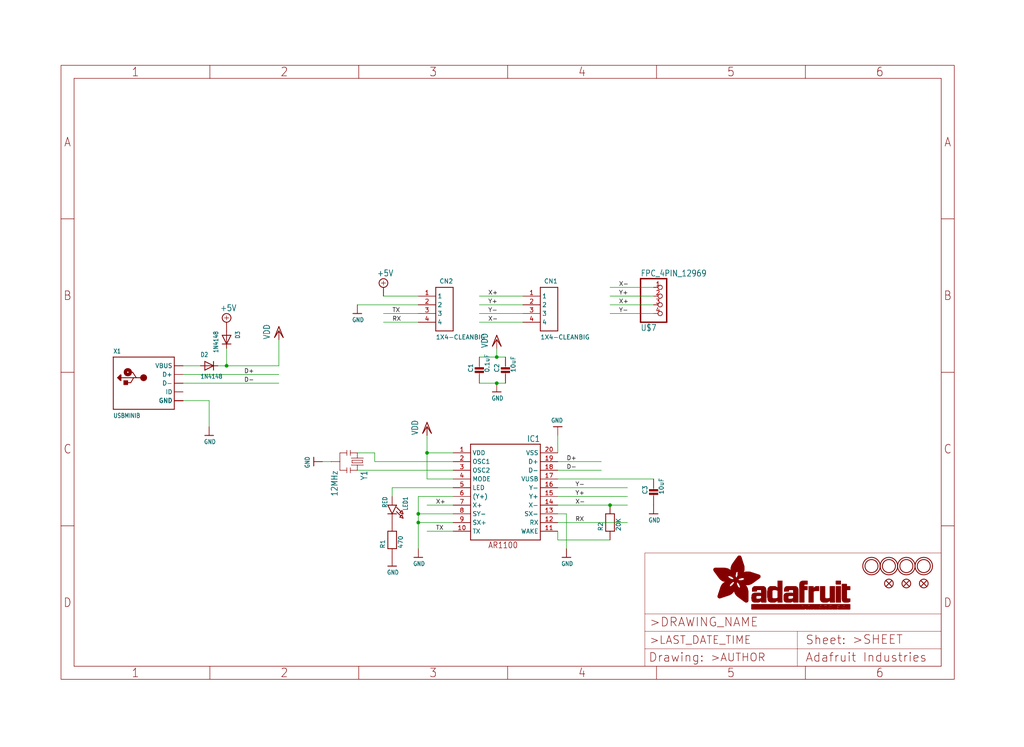
<source format=kicad_sch>
(kicad_sch (version 20211123) (generator eeschema)
  (paper "User" 298.45 217.881)
  (lib_symbols
    (symbol "eagleSchem-eagle-import:+5V" (power)
      (property "Value" "+5V" (at -1.905 3.175 0))
      (symbol "+5V_1_0"
        (pin power_in line (at 0 -2.54 90) (length 2.54) (name "+5V") (number "1"))
      )
    )
    (symbol "eagleSchem-eagle-import:1X4-CLEANBIG"
      (property "Reference" "CN" (at 5.08 7.62 0))
      (property "Value" "1X4-CLEANBIG" (at 0 -10.16 0))
      (symbol "1X4-CLEANBIG_1_0"
        (pin bidirectional line (at -5.08 2.54 0) (length 5.08) (name "1") (number "1"))
        (pin bidirectional line (at -5.08 0 0) (length 5.08) (name "2") (number "2"))
        (pin bidirectional line (at -5.08 -2.54 0) (length 5.08) (name "3") (number "3"))
        (pin bidirectional line (at -5.08 -5.08 0) (length 5.08) (name "4") (number "4"))
      )
    )
    (symbol "eagleSchem-eagle-import:AR1100_SSOP"
      (property "Reference" "IC" (at 10.16 15.24 0))
      (symbol "AR1100_SSOP_1_0"
        (text "AR1100" (at -5.08 -17.78 0) (effects (font (size 1.778 1.5113)) (justify left bottom)))
        (pin power_in line (at -15.24 10.16 0) (length 5.08) (name "VDD") (number "1"))
        (pin output line (at -15.24 -12.7 0) (length 5.08) (name "TX") (number "10"))
        (pin input line (at 15.24 -12.7 180) (length 5.08) (name "WAKE") (number "11"))
        (pin input line (at 15.24 -10.16 180) (length 5.08) (name "RX") (number "12"))
        (pin bidirectional line (at 15.24 -7.62 180) (length 5.08) (name "SX-") (number "13"))
        (pin bidirectional line (at 15.24 -5.08 180) (length 5.08) (name "X-") (number "14"))
        (pin bidirectional line (at 15.24 -2.54 180) (length 5.08) (name "Y+") (number "15"))
        (pin bidirectional line (at 15.24 0 180) (length 5.08) (name "Y-") (number "16"))
        (pin power_in line (at 15.24 2.54 180) (length 5.08) (name "VUSB") (number "17"))
        (pin bidirectional line (at 15.24 5.08 180) (length 5.08) (name "D-") (number "18"))
        (pin bidirectional line (at 15.24 7.62 180) (length 5.08) (name "D+") (number "19"))
        (pin passive line (at -15.24 7.62 0) (length 5.08) (name "OSC1") (number "2"))
        (pin power_in line (at 15.24 10.16 180) (length 5.08) (name "VSS") (number "20"))
        (pin passive line (at -15.24 5.08 0) (length 5.08) (name "OSC2") (number "3"))
        (pin input line (at -15.24 2.54 0) (length 5.08) (name "MODE") (number "4"))
        (pin output line (at -15.24 0 0) (length 5.08) (name "LED") (number "5"))
        (pin bidirectional line (at -15.24 -2.54 0) (length 5.08) (name "(Y+)") (number "6"))
        (pin bidirectional line (at -15.24 -5.08 0) (length 5.08) (name "X+") (number "7"))
        (pin bidirectional line (at -15.24 -7.62 0) (length 5.08) (name "SY-") (number "8"))
        (pin bidirectional line (at -15.24 -10.16 0) (length 5.08) (name "SX+") (number "9"))
      )
    )
    (symbol "eagleSchem-eagle-import:CAP_CERAMIC0805-NOOUTLINE"
      (property "Reference" "C" (at -1.79 0.54 90))
      (property "Value" "CAP_CERAMIC0805-NOOUTLINE" (at 3 0.54 90))
      (symbol "CAP_CERAMIC0805-NOOUTLINE_1_0"
        (pin passive line (at 0 5.08 270) (length 2.54) (name "1") (number "1"))
        (pin passive line (at 0 -2.54 90) (length 2.54) (name "2") (number "2"))
      )
    )
    (symbol "eagleSchem-eagle-import:DIODESOD-323F"
      (property "Reference" "D" (at -2.54 2.54 0))
      (property "Value" "DIODESOD-323F" (at -2.54 -3.81 0))
      (symbol "DIODESOD-323F_1_0"
        (pin passive line (at -2.54 0 0) (length 2.54) (name "A") (number "A"))
        (pin passive line (at 2.54 0 180) (length 2.54) (name "C") (number "C"))
      )
    )
    (symbol "eagleSchem-eagle-import:FIDUCIAL{dblquote}{dblquote}")
    (symbol "eagleSchem-eagle-import:FPC_4PIN_12969"
      (property "Value" "FPC_4PIN_12969" (at -6.35 -7.62 0))
      (symbol "FPC_4PIN_12969_1_0"
        (pin passive inverted (at -2.54 -2.54 0) (length 2.54) (name "4") (number "1"))
        (pin passive inverted (at -2.54 0 0) (length 2.54) (name "3") (number "2"))
        (pin passive inverted (at -2.54 2.54 0) (length 2.54) (name "2") (number "3"))
        (pin passive inverted (at -2.54 5.08 0) (length 2.54) (name "1") (number "4"))
      )
    )
    (symbol "eagleSchem-eagle-import:FRAME_A4_ADAFRUIT"
      (symbol "FRAME_A4_ADAFRUIT_0_0"
        (text "1" (at 21.6958 1.905 0) (effects (font (size 2.54 2.286))))
        (text "1" (at 21.6958 177.165 0) (effects (font (size 2.54 2.286))))
        (text "2" (at 65.0875 1.905 0) (effects (font (size 2.54 2.286))))
        (text "2" (at 65.0875 177.165 0) (effects (font (size 2.54 2.286))))
        (text "3" (at 108.4792 1.905 0) (effects (font (size 2.54 2.286))))
        (text "3" (at 108.4792 177.165 0) (effects (font (size 2.54 2.286))))
        (text "4" (at 151.8708 1.905 0) (effects (font (size 2.54 2.286))))
        (text "4" (at 151.8708 177.165 0) (effects (font (size 2.54 2.286))))
        (text "5" (at 195.2625 1.905 0) (effects (font (size 2.54 2.286))))
        (text "5" (at 195.2625 177.165 0) (effects (font (size 2.54 2.286))))
        (text "6" (at 238.6542 1.905 0) (effects (font (size 2.54 2.286))))
        (text "6" (at 238.6542 177.165 0) (effects (font (size 2.54 2.286))))
        (text "A" (at 1.905 156.6863 0) (effects (font (size 2.54 2.286))))
        (text "A" (at 258.445 156.6863 0) (effects (font (size 2.54 2.286))))
        (text "B" (at 1.905 111.9188 0) (effects (font (size 2.54 2.286))))
        (text "B" (at 258.445 111.9188 0) (effects (font (size 2.54 2.286))))
        (text "C" (at 1.905 67.1513 0) (effects (font (size 2.54 2.286))))
        (text "C" (at 258.445 67.1513 0) (effects (font (size 2.54 2.286))))
        (text "D" (at 1.905 22.3838 0) (effects (font (size 2.54 2.286))))
        (text "D" (at 258.445 22.3838 0) (effects (font (size 2.54 2.286))))
      )
      (symbol "FRAME_A4_ADAFRUIT_1_0"
        (text ">AUTHOR" (at 189.23 5.08 0) (effects (font (size 2.286 2.286)) (justify left bottom)))
        (text ">DRAWING_NAME" (at 171.45 15.24 0) (effects (font (size 2.54 2.54)) (justify left bottom)))
        (text ">LAST_DATE_TIME" (at 171.45 10.16 0) (effects (font (size 2.286 2.286)) (justify left bottom)))
        (text ">SHEET" (at 230.505 10.16 0) (effects (font (size 2.54 2.54)) (justify left bottom)))
        (text "Adafruit Industries" (at 216.916 4.953 0) (effects (font (size 2.54 2.54)) (justify left bottom)))
        (text "Drawing:" (at 171.196 4.953 0) (effects (font (size 2.54 2.54)) (justify left bottom)))
        (text "Sheet:" (at 216.916 10.033 0) (effects (font (size 2.54 2.54)) (justify left bottom)))
      )
    )
    (symbol "eagleSchem-eagle-import:GND" (power)
      (property "Value" "GND" (at -1.524 -2.54 0))
      (symbol "GND_1_0"
        (pin power_in line (at 0 2.54 270) (length 2.54) (name "GND") (number "1"))
      )
    )
    (symbol "eagleSchem-eagle-import:LED0805_NOOUTLINE"
      (property "Reference" "LED" (at -5.08 3.175 0))
      (property "Value" "LED0805_NOOUTLINE" (at -5.08 -2.794 0))
      (symbol "LED0805_NOOUTLINE_1_0"
        (pin passive line (at -5.08 0 0) (length 2.54) (name "A") (number "A"))
        (pin passive line (at 2.54 0 180) (length 2.54) (name "C") (number "C"))
      )
    )
    (symbol "eagleSchem-eagle-import:MOUNTINGHOLE2.5")
    (symbol "eagleSchem-eagle-import:RESISTOR0805_NOOUTLINE"
      (property "Reference" "R" (at -2.54 2.032 0))
      (property "Value" "RESISTOR0805_NOOUTLINE" (at -2.54 -3.175 0))
      (symbol "RESISTOR0805_NOOUTLINE_1_0"
        (pin passive line (at -5.08 0 0) (length 2.54) (name "1") (number "1"))
        (pin passive line (at 5.08 0 180) (length 2.54) (name "2") (number "2"))
      )
    )
    (symbol "eagleSchem-eagle-import:RESONATORSMD"
      (property "Reference" "Y" (at 2.54 1.016 0))
      (property "Value" "RESONATORSMD" (at 2.54 -7.62 0))
      (symbol "RESONATORSMD_1_0"
        (pin passive line (at -2.54 0 0) (length 0) (name "1") (number "1"))
        (pin passive line (at 0 -7.62 90) (length 0) (name "2") (number "2"))
        (pin passive line (at 2.54 0 180) (length 0) (name "3") (number "3"))
      )
    )
    (symbol "eagleSchem-eagle-import:USBMINIB"
      (property "Reference" "X" (at -10.16 8.636 0))
      (property "Value" "USBMINIB" (at -10.16 -10.16 0))
      (symbol "USBMINIB_1_0"
        (pin bidirectional line (at 10.16 2.54 180) (length 2.54) (name "D+") (number "D+"))
        (pin bidirectional line (at 10.16 0 180) (length 2.54) (name "D-") (number "D-"))
        (pin power_in line (at 10.16 -5.08 180) (length 2.54) (name "GND") (number "GND"))
        (pin power_in line (at 10.16 -5.08 180) (length 2.54) (name "GND") (number "GND1"))
        (pin power_in line (at 10.16 -5.08 180) (length 2.54) (name "GND") (number "GND2"))
        (pin power_in line (at 10.16 -5.08 180) (length 2.54) (name "GND") (number "GND3"))
        (pin power_in line (at 10.16 -5.08 180) (length 2.54) (name "GND") (number "GND4"))
        (pin bidirectional line (at 10.16 -2.54 180) (length 2.54) (name "ID") (number "ID"))
        (pin power_in line (at 10.16 5.08 180) (length 2.54) (name "VBUS") (number "VBUS"))
      )
    )
    (symbol "eagleSchem-eagle-import:VDD" (power)
      (property "Value" "VDD" (at -2.54 -2.54 90))
      (symbol "VDD_1_0"
        (pin power_in line (at 0 -2.54 90) (length 2.54) (name "VDD") (number "1"))
      )
    )
  )
  (junction (at 121.92 149.86))
  (junction (at 144.78 104.14))
  (junction (at 144.78 111.76))
  (junction (at 66.04 106.68))
  (junction (at 121.92 152.4))
  (junction (at 177.8 147.32))
  (junction (at 124.46 132.08))
  (wire (pts (xy 162.56 142.24) (xy 182.88 142.24)))
  (wire (pts (xy 109.22 134.62) (xy 109.22 132.08)))
  (wire (pts (xy 139.7 104.14) (xy 144.78 104.14)))
  (wire (pts (xy 66.04 106.68) (xy 81.28 106.68)))
  (wire (pts (xy 132.08 154.94) (xy 124.46 154.94)))
  (wire (pts (xy 139.7 93.98) (xy 152.4 93.98)))
  (wire (pts (xy 162.56 154.94) (xy 162.56 157.48)))
  (wire (pts (xy 81.28 106.68) (xy 81.28 99.06)))
  (wire (pts (xy 109.22 134.62) (xy 132.08 134.62)))
  (wire (pts (xy 144.78 104.14) (xy 147.32 104.14)))
  (wire (pts (xy 121.92 144.78) (xy 121.92 149.86)))
  (wire (pts (xy 109.22 132.08) (xy 104.14 132.08)))
  (wire (pts (xy 104.14 137.16) (xy 132.08 137.16)))
  (wire (pts (xy 121.92 149.86) (xy 132.08 149.86)))
  (wire (pts (xy 162.56 139.7) (xy 190.5 139.7)))
  (wire (pts (xy 60.96 116.84) (xy 60.96 124.46)))
  (wire (pts (xy 162.56 149.86) (xy 165.1 149.86)))
  (wire (pts (xy 124.46 132.08) (xy 124.46 127)))
  (wire (pts (xy 162.56 137.16) (xy 175.26 137.16)))
  (wire (pts (xy 132.08 147.32) (xy 124.46 147.32)))
  (wire (pts (xy 162.56 134.62) (xy 175.26 134.62)))
  (wire (pts (xy 121.92 152.4) (xy 121.92 149.86)))
  (wire (pts (xy 121.92 88.9) (xy 104.14 88.9)))
  (wire (pts (xy 162.56 144.78) (xy 182.88 144.78)))
  (wire (pts (xy 132.08 144.78) (xy 121.92 144.78)))
  (wire (pts (xy 93.98 134.62) (xy 96.52 134.62)))
  (wire (pts (xy 177.8 88.9) (xy 190.5 88.9)))
  (wire (pts (xy 162.56 152.4) (xy 182.88 152.4)))
  (wire (pts (xy 53.34 106.68) (xy 58.42 106.68)))
  (wire (pts (xy 190.5 91.44) (xy 177.8 91.44)))
  (wire (pts (xy 165.1 149.86) (xy 165.1 160.02)))
  (wire (pts (xy 124.46 139.7) (xy 124.46 132.08)))
  (wire (pts (xy 139.7 91.44) (xy 152.4 91.44)))
  (wire (pts (xy 132.08 152.4) (xy 121.92 152.4)))
  (wire (pts (xy 190.5 83.82) (xy 177.8 83.82)))
  (wire (pts (xy 53.34 109.22) (xy 81.28 109.22)))
  (wire (pts (xy 144.78 104.14) (xy 144.78 101.6)))
  (wire (pts (xy 63.5 106.68) (xy 66.04 106.68)))
  (wire (pts (xy 139.7 111.76) (xy 144.78 111.76)))
  (wire (pts (xy 114.3 144.78) (xy 114.3 142.24)))
  (wire (pts (xy 111.76 86.36) (xy 121.92 86.36)))
  (wire (pts (xy 139.7 86.36) (xy 152.4 86.36)))
  (wire (pts (xy 190.5 86.36) (xy 177.8 86.36)))
  (wire (pts (xy 162.56 147.32) (xy 177.8 147.32)))
  (wire (pts (xy 121.92 93.98) (xy 111.76 93.98)))
  (wire (pts (xy 121.92 152.4) (xy 121.92 160.02)))
  (wire (pts (xy 177.8 147.32) (xy 182.88 147.32)))
  (wire (pts (xy 132.08 139.7) (xy 124.46 139.7)))
  (wire (pts (xy 111.76 91.44) (xy 121.92 91.44)))
  (wire (pts (xy 162.56 127) (xy 162.56 132.08)))
  (wire (pts (xy 144.78 111.76) (xy 147.32 111.76)))
  (wire (pts (xy 162.56 157.48) (xy 177.8 157.48)))
  (wire (pts (xy 53.34 111.76) (xy 81.28 111.76)))
  (wire (pts (xy 114.3 142.24) (xy 132.08 142.24)))
  (wire (pts (xy 66.04 106.68) (xy 66.04 101.6)))
  (wire (pts (xy 53.34 116.84) (xy 60.96 116.84)))
  (wire (pts (xy 139.7 88.9) (xy 152.4 88.9)))
  (wire (pts (xy 132.08 132.08) (xy 124.46 132.08)))
  (label "TX" (at 114.3 91.44 0) (effects (font (size 1.2446 1.2446))))
  (label "D+" (at 71.12 109.22 0) (effects (font (size 1.2446 1.2446))))
  (label "Y-" (at 167.64 142.24 0) (effects (font (size 1.2446 1.2446))))
  (label "TX" (at 127 154.94 0) (effects (font (size 1.2446 1.2446))))
  (label "X+" (at 142.24 86.36 0) (effects (font (size 1.2446 1.2446))))
  (label "Y-" (at 142.24 91.44 0) (effects (font (size 1.2446 1.2446))))
  (label "D+" (at 165.1 134.62 0) (effects (font (size 1.2446 1.2446))))
  (label "X+" (at 180.34 88.9 0) (effects (font (size 1.2446 1.2446))))
  (label "X-" (at 180.34 83.82 0) (effects (font (size 1.2446 1.2446))))
  (label "Y+" (at 167.64 144.78 0) (effects (font (size 1.2446 1.2446))))
  (label "RX" (at 114.3 93.98 0) (effects (font (size 1.2446 1.2446))))
  (label "RX" (at 167.64 152.4 0) (effects (font (size 1.2446 1.2446))))
  (label "Y-" (at 180.34 91.44 0) (effects (font (size 1.2446 1.2446))))
  (label "X-" (at 167.64 147.32 0) (effects (font (size 1.2446 1.2446))))
  (label "X-" (at 142.24 93.98 0) (effects (font (size 1.2446 1.2446))))
  (label "D-" (at 71.12 111.76 0) (effects (font (size 1.2446 1.2446))))
  (label "Y+" (at 142.24 88.9 0) (effects (font (size 1.2446 1.2446))))
  (label "Y+" (at 180.34 86.36 0) (effects (font (size 1.2446 1.2446))))
  (label "X+" (at 127 147.32 0) (effects (font (size 1.2446 1.2446))))
  (label "D-" (at 165.1 137.16 0) (effects (font (size 1.2446 1.2446))))
  (symbol (lib_id "eagleSchem-eagle-import:GND") (at 114.3 165.1 0) (unit 1)
    (property "Reference" "#U$11" (effects hide))
    (property "Value" "GND" (at 112.776 167.64 0) (effects (font (size 1.27 1.0795)) (justify left bottom)))
    (property "Footprint" "eagleSchem:" (effects hide))
  )
  (symbol (lib_id "eagleSchem-eagle-import:GND") (at 190.5 149.86 0) (unit 1)
    (property "Reference" "#U$9" (effects hide))
    (property "Value" "GND" (at 188.976 152.4 0) (effects (font (size 1.27 1.0795)) (justify left bottom)))
    (property "Footprint" "eagleSchem:" (effects hide))
  )
  (symbol (lib_id "eagleSchem-eagle-import:LED0805_NOOUTLINE") (at 114.3 149.86 270) (unit 1)
    (property "Reference" "LED1" (at 117.475 144.78 0) (effects (font (size 1.27 1.0795)) (justify left bottom)))
    (property "Value" "RED" (at 111.506 144.78 0) (effects (font (size 1.27 1.0795)) (justify left bottom)))
    (property "Footprint" "eagleSchem:CHIPLED_0805_NOOUTLINE" (effects hide))
  )
  (symbol (lib_id "eagleSchem-eagle-import:GND") (at 162.56 124.46 180) (unit 1)
    (property "Reference" "#U$10" (effects hide))
    (property "Value" "GND" (at 164.084 121.92 0) (effects (font (size 1.27 1.0795)) (justify left bottom)))
    (property "Footprint" "eagleSchem:" (effects hide))
  )
  (symbol (lib_id "eagleSchem-eagle-import:FIDUCIAL{dblquote}{dblquote}") (at 269.24 170.18 0) (unit 1)
    (property "Reference" "FID1" (effects hide))
    (property "Value" "FIDUCIAL{dblquote}{dblquote}" (effects hide))
    (property "Footprint" "eagleSchem:FIDUCIAL_1MM" (effects hide))
  )
  (symbol (lib_id "eagleSchem-eagle-import:VDD") (at 144.78 99.06 0) (unit 1)
    (property "Reference" "#VDD3" (effects hide))
    (property "Value" "VDD" (at 142.24 101.6 90) (effects (font (size 1.778 1.5113)) (justify left bottom)))
    (property "Footprint" "eagleSchem:" (effects hide))
  )
  (symbol (lib_id "eagleSchem-eagle-import:CAP_CERAMIC0805-NOOUTLINE") (at 139.7 109.22 0) (unit 1)
    (property "Reference" "C1" (at 137.91 108.68 90) (effects (justify left bottom)))
    (property "Value" "0.1uF" (at 142.7 108.68 90) (effects (justify left bottom)))
    (property "Footprint" "eagleSchem:0805-NO" (effects hide))
  )
  (symbol (lib_id "eagleSchem-eagle-import:FIDUCIAL{dblquote}{dblquote}") (at 264.16 170.18 0) (unit 1)
    (property "Reference" "FID2" (effects hide))
    (property "Value" "FIDUCIAL{dblquote}{dblquote}" (effects hide))
    (property "Footprint" "eagleSchem:FIDUCIAL_1MM" (effects hide))
  )
  (symbol (lib_id "eagleSchem-eagle-import:GND") (at 165.1 162.56 0) (unit 1)
    (property "Reference" "#U$13" (effects hide))
    (property "Value" "GND" (at 163.576 165.1 0) (effects (font (size 1.27 1.0795)) (justify left bottom)))
    (property "Footprint" "eagleSchem:" (effects hide))
  )
  (symbol (lib_id "eagleSchem-eagle-import:GND") (at 60.96 127 0) (unit 1)
    (property "Reference" "#U$8" (effects hide))
    (property "Value" "GND" (at 59.436 129.54 0) (effects (font (size 1.27 1.0795)) (justify left bottom)))
    (property "Footprint" "eagleSchem:" (effects hide))
  )
  (symbol (lib_id "eagleSchem-eagle-import:GND") (at 91.44 134.62 270) (unit 1)
    (property "Reference" "#U$12" (effects hide))
    (property "Value" "GND" (at 88.9 133.096 0) (effects (font (size 1.27 1.0795)) (justify left bottom)))
    (property "Footprint" "eagleSchem:" (effects hide))
  )
  (symbol (lib_id "eagleSchem-eagle-import:VDD") (at 81.28 96.52 0) (unit 1)
    (property "Reference" "#VDD1" (effects hide))
    (property "Value" "VDD" (at 78.74 99.06 90) (effects (font (size 1.778 1.5113)) (justify left bottom)))
    (property "Footprint" "eagleSchem:" (effects hide))
  )
  (symbol (lib_id "eagleSchem-eagle-import:RESISTOR0805_NOOUTLINE") (at 114.3 157.48 90) (unit 1)
    (property "Reference" "R1" (at 112.268 160.02 0) (effects (justify left bottom)))
    (property "Value" "470" (at 117.475 160.02 0) (effects (justify left bottom)))
    (property "Footprint" "eagleSchem:0805-NO" (effects hide))
  )
  (symbol (lib_id "eagleSchem-eagle-import:DIODESOD-323F") (at 66.04 99.06 270) (unit 1)
    (property "Reference" "D3" (at 68.58 96.52 0) (effects (font (size 1.27 1.0795)) (justify left bottom)))
    (property "Value" "1N4148" (at 62.23 96.52 0) (effects (font (size 1.27 1.0795)) (justify left bottom)))
    (property "Footprint" "eagleSchem:SOD-323F" (effects hide))
  )
  (symbol (lib_id "eagleSchem-eagle-import:FPC_4PIN_12969") (at 193.04 86.36 0) (mirror x) (unit 1)
    (property "Reference" "U$7" (at 186.69 94.615 0) (effects (font (size 1.778 1.5113)) (justify left bottom)))
    (property "Value" "FPC_4PIN_12969" (at 186.69 78.74 0) (effects (font (size 1.778 1.5113)) (justify left bottom)))
    (property "Footprint" "eagleSchem:FPC_CONN_1MM_DUAL_4P" (effects hide))
  )
  (symbol (lib_id "eagleSchem-eagle-import:GND") (at 104.14 91.44 0) (unit 1)
    (property "Reference" "#U$3" (effects hide))
    (property "Value" "GND" (at 102.616 93.98 0) (effects (font (size 1.27 1.0795)) (justify left bottom)))
    (property "Footprint" "eagleSchem:" (effects hide))
  )
  (symbol (lib_id "eagleSchem-eagle-import:CAP_CERAMIC0805-NOOUTLINE") (at 190.5 144.78 0) (unit 1)
    (property "Reference" "C3" (at 188.71 144.24 90) (effects (justify left bottom)))
    (property "Value" "10uF" (at 193.5 144.24 90) (effects (justify left bottom)))
    (property "Footprint" "eagleSchem:0805-NO" (effects hide))
  )
  (symbol (lib_id "eagleSchem-eagle-import:MOUNTINGHOLE2.5") (at 254 165.1 0) (unit 1)
    (property "Reference" "U$6" (effects hide))
    (property "Value" "MOUNTINGHOLE2.5" (effects hide))
    (property "Footprint" "eagleSchem:MOUNTINGHOLE_2.5_PLATED" (effects hide))
    (property "Value" "MOUNTINGHOLE2.5" (effects hide))
  )
  (symbol (lib_id "eagleSchem-eagle-import:USBMINIB") (at 43.18 111.76 0) (unit 1)
    (property "Reference" "X1" (at 33.02 103.124 0) (effects (font (size 1.27 1.0795)) (justify left bottom)))
    (property "Value" "USBMINIB" (at 33.02 121.92 0) (effects (font (size 1.27 1.0795)) (justify left bottom)))
    (property "Footprint" "eagleSchem:USB-MINIB" (effects hide))
  )
  (symbol (lib_id "eagleSchem-eagle-import:MOUNTINGHOLE2.5") (at 264.16 165.1 0) (unit 1)
    (property "Reference" "U$5" (effects hide))
    (property "Value" "MOUNTINGHOLE2.5" (effects hide))
    (property "Footprint" "eagleSchem:MOUNTINGHOLE_2.5_PLATED" (effects hide))
  )
  (symbol (lib_id "eagleSchem-eagle-import:RESONATORSMD") (at 104.14 134.62 270) (unit 1)
    (property "Reference" "Y1" (at 105.156 137.16 0) (effects (font (size 1.778 1.5113)) (justify left bottom)))
    (property "Value" "12MHz" (at 96.52 137.16 0) (effects (font (size 1.778 1.5113)) (justify left bottom)))
    (property "Footprint" "eagleSchem:RESONATOR-SMD" (effects hide))
  )
  (symbol (lib_id "eagleSchem-eagle-import:1X4-CLEANBIG") (at 127 88.9 0) (unit 1)
    (property "Reference" "CN2" (at 132.08 81.28 0) (effects (justify right top)))
    (property "Value" "1X4-CLEANBIG" (at 127 99.06 0) (effects (justify left bottom)))
    (property "Footprint" "eagleSchem:1X04-CLEANBIG" (effects hide))
  )
  (symbol (lib_id "eagleSchem-eagle-import:GND") (at 121.92 162.56 0) (unit 1)
    (property "Reference" "#U$15" (effects hide))
    (property "Value" "GND" (at 120.396 165.1 0) (effects (font (size 1.27 1.0795)) (justify left bottom)))
    (property "Footprint" "eagleSchem:" (effects hide))
  )
  (symbol (lib_id "eagleSchem-eagle-import:DIODESOD-323F") (at 60.96 106.68 0) (unit 1)
    (property "Reference" "D2" (at 58.42 104.14 0) (effects (font (size 1.27 1.0795)) (justify left bottom)))
    (property "Value" "1N4148" (at 58.42 110.49 0) (effects (font (size 1.27 1.0795)) (justify left bottom)))
    (property "Footprint" "eagleSchem:SOD-323F" (effects hide))
  )
  (symbol (lib_id "eagleSchem-eagle-import:+5V") (at 111.76 83.82 0) (unit 1)
    (property "Reference" "#SUPPLY2" (effects hide))
    (property "Value" "+5V" (at 109.855 80.645 0) (effects (font (size 1.778 1.5113)) (justify left bottom)))
    (property "Footprint" "eagleSchem:" (effects hide))
  )
  (symbol (lib_id "eagleSchem-eagle-import:MOUNTINGHOLE2.5") (at 269.24 165.1 0) (unit 1)
    (property "Reference" "U$4" (effects hide))
    (property "Value" "MOUNTINGHOLE2.5" (effects hide))
    (property "Footprint" "eagleSchem:MOUNTINGHOLE_2.5_PLATED" (effects hide))
  )
  (symbol (lib_id "eagleSchem-eagle-import:FIDUCIAL{dblquote}{dblquote}") (at 259.08 170.18 0) (unit 1)
    (property "Reference" "FID3" (effects hide))
    (property "Value" "FIDUCIAL{dblquote}{dblquote}" (effects hide))
    (property "Footprint" "eagleSchem:FIDUCIAL_1MM" (effects hide))
    (property "Value" "FIDUCIAL{dblquote}{dblquote}" (effects hide))
  )
  (symbol (lib_id "eagleSchem-eagle-import:AR1100_SSOP") (at 147.32 142.24 0) (unit 1)
    (property "Reference" "IC1" (at 157.48 127 0) (effects (font (size 1.778 1.5113)) (justify right top)))
    (property "Value" "AR1100_SSOP" (effects hide))
    (property "Footprint" "eagleSchem:TSSOP20-5.3MMBODY" (effects hide))
  )
  (symbol (lib_id "eagleSchem-eagle-import:CAP_CERAMIC0805-NOOUTLINE") (at 147.32 109.22 0) (unit 1)
    (property "Reference" "C2" (at 145.53 108.68 90) (effects (justify left bottom)))
    (property "Value" "10uF" (at 150.32 108.68 90) (effects (justify left bottom)))
    (property "Footprint" "eagleSchem:0805-NO" (effects hide))
  )
  (symbol (lib_id "eagleSchem-eagle-import:GND") (at 144.78 114.3 0) (unit 1)
    (property "Reference" "#U$16" (effects hide))
    (property "Value" "GND" (at 143.256 116.84 0) (effects (font (size 1.27 1.0795)) (justify left bottom)))
    (property "Footprint" "eagleSchem:" (effects hide))
  )
  (symbol (lib_id "eagleSchem-eagle-import:MOUNTINGHOLE2.5") (at 259.08 165.1 0) (unit 1)
    (property "Reference" "U$2" (effects hide))
    (property "Value" "MOUNTINGHOLE2.5" (effects hide))
    (property "Footprint" "eagleSchem:MOUNTINGHOLE_2.5_PLATED" (effects hide))
    (property "Value" "MOUNTINGHOLE2.5" (effects hide))
  )
  (symbol (lib_id "eagleSchem-eagle-import:VDD") (at 124.46 124.46 0) (unit 1)
    (property "Reference" "#VDD2" (effects hide))
    (property "Value" "VDD" (at 121.92 127 90) (effects (font (size 1.778 1.5113)) (justify left bottom)))
    (property "Footprint" "eagleSchem:" (effects hide))
  )
  (symbol (lib_id "eagleSchem-eagle-import:+5V") (at 66.04 93.98 0) (unit 1)
    (property "Reference" "#SUPPLY1" (effects hide))
    (property "Value" "+5V" (at 64.135 90.805 0) (effects (font (size 1.778 1.5113)) (justify left bottom)))
    (property "Footprint" "eagleSchem:" (effects hide))
  )
  (symbol (lib_id "eagleSchem-eagle-import:RESISTOR0805_NOOUTLINE") (at 177.8 152.4 90) (unit 1)
    (property "Reference" "R2" (at 175.768 154.94 0) (effects (justify left bottom)))
    (property "Value" "20K" (at 180.975 154.94 0) (effects (justify left bottom)))
    (property "Footprint" "eagleSchem:0805-NO" (effects hide))
  )
  (symbol (lib_id "eagleSchem-eagle-import:FRAME_A4_ADAFRUIT") (at 17.78 198.12 0) (unit 1)
    (property "Reference" "#U$1" (effects hide))
    (property "Value" "FRAME_A4_ADAFRUIT" (effects hide))
    (property "Footprint" "eagleSchem:" (effects hide))
  )
  (symbol (lib_id "eagleSchem-eagle-import:1X4-CLEANBIG") (at 157.48 88.9 0) (unit 1)
    (property "Reference" "CN1" (at 162.56 81.28 0) (effects (justify right top)))
    (property "Value" "1X4-CLEANBIG" (at 157.48 99.06 0) (effects (justify left bottom)))
    (property "Footprint" "eagleSchem:1X04-CLEANBIG" (effects hide))
  )
)
</source>
